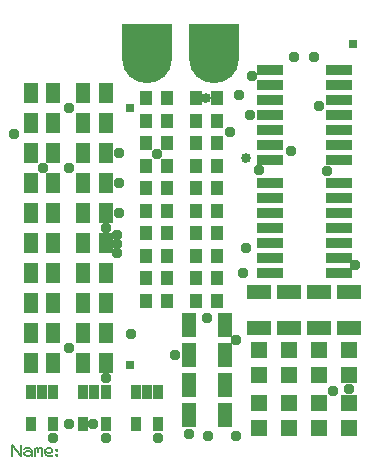
<source format=gbr>
G04 GENERATED BY PULSONIX 12.5 GERBER.DLL 9449*
G04 #@! TF.GenerationSoftware,Pulsonix,Pulsonix,12.5.9449*
G04 #@! TF.CreationDate,2024-02-09T14:36:55--1:00*
G04 #@! TF.Part,Single*
%FSLAX35Y35*%
%LPD*%
%MOMM*%
G04 #@! TF.FileFunction,Soldermask,Top*
G04 #@! TF.FilePolarity,Negative*
G04 #@! TA.AperFunction,ViaPad*
%ADD96C,0.95400*%
%ADD97C,0.85400*%
G04 #@! TA.AperFunction,SMDPad,CuDef*
%ADD98R,1.15400X1.65400*%
%ADD99R,1.05400X1.15400*%
%ADD100R,1.25400X2.05400*%
%ADD101R,1.45400X1.35400*%
%ADD102R,0.85400X1.30400*%
%ADD103R,2.05400X1.25400*%
G04 #@! TA.AperFunction,ComponentPad*
%AMT104*0 Bullet Pad at angle 180*1,1,4.25400,0.00000,-1.43850*21,1,4.25400,2.87699,0,0,180*%
%ADD104T104*%
G04 #@! TA.AperFunction,SMDPad,CuDef*
%ADD105R,2.25400X0.85400*%
G04 #@! TD.AperFunction*
%ADD106R,0.75400X0.75400*%
%ADD107C,0.20000*%
G04 #@! TD.AperFunction*
X0Y0D02*
D02*
D96*
X469500Y3660375D03*
X707625Y3374625D03*
X796996Y1087000D03*
X929875Y1199750D03*
Y1850625D03*
Y3374625D03*
Y3882625D03*
X1130625Y1203865D03*
X1241496Y1087000D03*
X1242581Y1588798D03*
X1247375Y2866625D03*
X1338006Y2647882D03*
Y2727192D03*
Y2805668D03*
X1358500Y2993625D03*
Y3247625D03*
Y3501625D03*
X1453750Y1961750D03*
X1676000Y3485750D03*
X1685996Y1087000D03*
X1829125Y1785500D03*
X1948700Y1118750D03*
X2099000Y2103000D03*
X2104625Y1104500D03*
X2295125Y3676250D03*
X2342750Y1104500D03*
Y1914125D03*
X2368875Y3992125D03*
X2400625Y2484000D03*
X2432375Y2690375D03*
X2464125Y3817500D03*
X2483232Y4153924D03*
X2540500Y3357125D03*
X2813375Y3515875D03*
X2834875Y4311250D03*
X3009500D03*
X3051500Y3896875D03*
X3115000Y3341250D03*
X3168250Y1485500D03*
X3305500Y1499750D03*
X3353125Y2547500D03*
D02*
D97*
X2088750Y3962000D03*
X2432375Y3452375D03*
D02*
D98*
X606750Y1722000D03*
Y1976000D03*
Y2230000D03*
Y2484000D03*
Y2738000D03*
Y2992000D03*
Y3246000D03*
Y3500000D03*
Y3754000D03*
Y4008000D03*
X797250Y1722000D03*
Y1976000D03*
Y2230000D03*
Y2484000D03*
Y2738000D03*
Y2992000D03*
Y3246000D03*
Y3500000D03*
Y3754000D03*
Y4008000D03*
X1051250Y1722000D03*
Y1976000D03*
Y2230000D03*
Y2484000D03*
Y2738000D03*
Y2992000D03*
Y3246000D03*
Y3500000D03*
Y3754000D03*
Y4008000D03*
X1241750Y1722000D03*
Y1976000D03*
Y2230000D03*
Y2484000D03*
Y2738000D03*
Y2992000D03*
Y3246000D03*
Y3500000D03*
Y3754000D03*
Y4008000D03*
D02*
D99*
X1587100Y2247500D03*
Y2438000D03*
Y2628500D03*
Y2819000D03*
Y3009500D03*
Y3200000D03*
Y3390500D03*
Y3581000D03*
Y3771500D03*
Y3962000D03*
X1764900Y2247500D03*
Y2438000D03*
Y2628500D03*
Y2819000D03*
Y3009500D03*
Y3200000D03*
Y3390500D03*
Y3581000D03*
Y3771500D03*
Y3962000D03*
X2010100Y2247500D03*
Y2438000D03*
Y2628500D03*
Y2819000D03*
Y3009500D03*
Y3200000D03*
Y3390500D03*
Y3581000D03*
Y3771500D03*
Y3962000D03*
X2187900Y2247500D03*
Y2438000D03*
Y2628500D03*
Y2819000D03*
Y3009500D03*
Y3200000D03*
Y3390500D03*
Y3581000D03*
Y3771500D03*
Y3962000D03*
D02*
D100*
X1948700Y1277500D03*
Y1531500D03*
Y1785500D03*
Y2039500D03*
X2248700Y1277500D03*
Y1531500D03*
Y1785500D03*
Y2039500D03*
D02*
D101*
X2543500Y1172500D03*
Y1382500D03*
Y1617000D03*
Y1827000D03*
X2797500Y1172500D03*
Y1382500D03*
Y1617000D03*
Y1827000D03*
X3051500Y1172500D03*
Y1382500D03*
Y1617000D03*
Y1827000D03*
X3305500Y1172500D03*
Y1382500D03*
Y1617000D03*
Y1827000D03*
D02*
D102*
X607004Y1203865D03*
Y1478135D03*
X702000D03*
X796996Y1203865D03*
Y1478135D03*
X1051504Y1203865D03*
Y1478135D03*
X1146500D03*
X1241496Y1203865D03*
Y1478135D03*
X1496004Y1203865D03*
Y1478135D03*
X1591000D03*
X1685996Y1203865D03*
Y1478135D03*
D02*
D103*
X2543500Y2016800D03*
Y2316800D03*
X2797500Y2016800D03*
Y2316800D03*
X3051500Y2016800D03*
Y2316800D03*
X3305500Y2016800D03*
Y2316800D03*
D02*
D104*
X1591000Y4444351D03*
X2162500D03*
D02*
D105*
X2632000Y2484000D03*
Y2611000D03*
Y2738000D03*
Y2865000D03*
Y2992000D03*
Y3119000D03*
Y3246000D03*
Y3436500D03*
Y3563500D03*
Y3690500D03*
Y3817500D03*
Y3944500D03*
Y4071500D03*
Y4198500D03*
X3217000Y2484000D03*
Y2611000D03*
Y2738000D03*
Y2865000D03*
Y2992000D03*
Y3119000D03*
Y3246000D03*
Y3436500D03*
Y3563500D03*
Y3690500D03*
Y3817500D03*
Y3944500D03*
Y4071500D03*
Y4198500D03*
D02*
D106*
X1448125Y1706125D03*
Y3881000D03*
X3337250Y4420750D03*
D02*
D107*
X448000Y935316D02*
X448000Y1027081D01*
X524471Y935316D01*
Y1027081D01*
X553300Y988846D02*
X568594Y996493D01*
X591535D01*
X606829Y988846D01*
X614476Y973551D01*
Y950610D01*
X606829Y942963D01*
X591535Y935316D01*
X576241D01*
X560947Y942963D01*
X553300Y950610D01*
Y958257D01*
X560947Y965904D01*
X576241Y973551D01*
X591535D01*
X606829Y965904D01*
X614476Y958257D01*
Y950610D02*
X614476Y935316D01*
X641700D02*
X641700Y996493D01*
Y988846D02*
X649347Y996493D01*
X664641D01*
X672288Y988846D01*
Y965904D01*
Y988846D02*
X679935Y996493D01*
X695229D01*
X702876Y988846D01*
Y935316D01*
X791276Y942963D02*
X783629Y935316D01*
X768335D01*
X753041D01*
X737747Y942963D01*
X730100Y958257D01*
Y981199D01*
X737747Y988846D01*
X753041Y996493D01*
X768335D01*
X783629Y988846D01*
X791276Y981199D01*
Y973551D01*
X783629Y965904D01*
X768335Y958257D01*
X753041D01*
X737747Y965904D01*
X730100Y973551D01*
X826147Y935316D02*
X833794Y942963D01*
X826147Y950610D01*
X818500Y942963D01*
X826147Y935316D01*
Y973551D02*
X833794Y981199D01*
X826147Y988846D01*
X818500Y981199D01*
X826147Y973551D01*
X0Y0D02*
M02*

</source>
